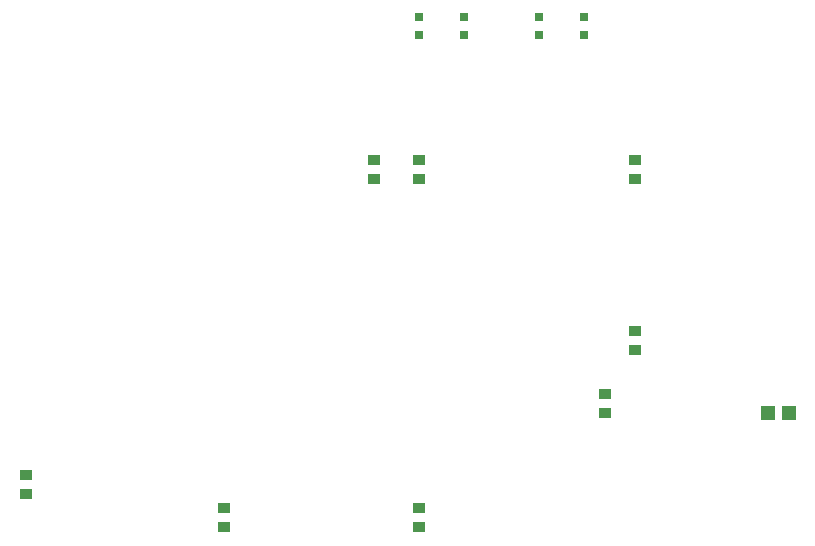
<source format=gbr>
G04 EAGLE Gerber RS-274X export*
G75*
%MOMM*%
%FSLAX34Y34*%
%LPD*%
%INSolderpaste Top*%
%IPPOS*%
%AMOC8*
5,1,8,0,0,1.08239X$1,22.5*%
G01*
%ADD10R,0.800000X0.800000*%
%ADD11R,1.031241X0.949959*%
%ADD12R,1.143000X1.270000*%


D10*
X393700Y487560D03*
X393700Y472560D03*
X431800Y487560D03*
X431800Y472560D03*
X495300Y487560D03*
X495300Y472560D03*
X533400Y487560D03*
X533400Y472560D03*
D11*
X393700Y366141D03*
X393700Y350139D03*
X355600Y366141D03*
X355600Y350139D03*
X393700Y55499D03*
X393700Y71501D03*
X551180Y152019D03*
X551180Y168021D03*
X576580Y205359D03*
X576580Y221361D03*
X576580Y350139D03*
X576580Y366141D03*
X228600Y55499D03*
X228600Y71501D03*
X60960Y83439D03*
X60960Y99441D03*
D12*
X689610Y152400D03*
X707390Y152400D03*
M02*

</source>
